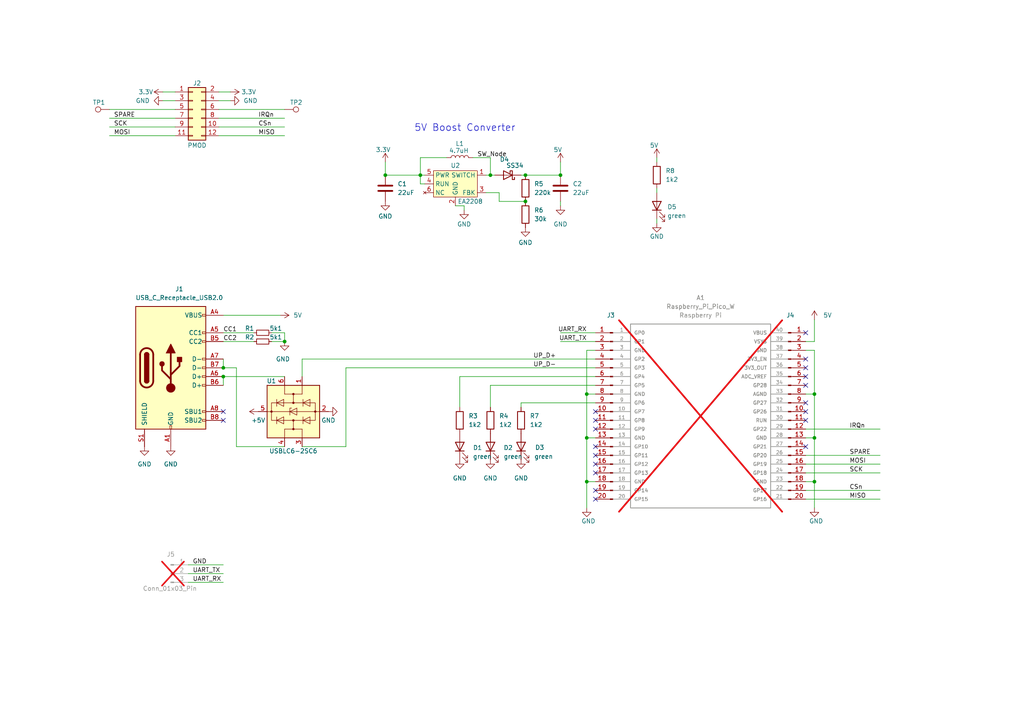
<source format=kicad_sch>
(kicad_sch (version 20250114) (generator "eeschema") (generator_version "9.0")
  (paper "A4")
  (title_block (title "RP2040 ZERO PMOD") (date "2025-03-21") (rev "V1.0"))
  (lib_symbols
    (symbol "Connector:Conn_01x03_Pin" (pin_names (offset 1.016) (hide yes))
      (property "Reference" "J" (at 0 5.08 0))
      (property "Value" "Conn_01x03_Pin" (at 0 -5.08 0))
      (symbol "Conn_01x03_Pin_1_1"
        (rectangle (start 0.8636 2.667) (end 0 2.413) (stroke (width 0.1524)) (fill (type outline)))
        (rectangle (start 0.8636 0.127) (end 0 -0.127) (stroke (width 0.1524)) (fill (type outline)))
        (rectangle (start 0.8636 -2.413) (end 0 -2.667) (stroke (width 0.1524)) (fill (type outline)))
        (polyline (pts (xy 1.27 2.54) (xy 0.8636 2.54)) (stroke (width 0.1524)))
        (polyline (pts (xy 1.27 0) (xy 0.8636 0)) (stroke (width 0.1524)))
        (polyline (pts (xy 1.27 -2.54) (xy 0.8636 -2.54)) (stroke (width 0.1524)))
        (pin passive line (at 5.08 2.54 180) (length 3.81) (name "Pin_1") (number "1"))
        (pin passive line (at 5.08 0 180) (length 3.81) (name "Pin_2") (number "2"))
        (pin passive line (at 5.08 -2.54 180) (length 3.81) (name "Pin_3") (number "3"))
      )
    )
    (symbol "Connector:Conn_01x20_Pin" (pin_names (offset 1.016) (hide yes))
      (property "Reference" "J" (at 0 25.4 0))
      (property "Value" "Conn_01x20_Pin" (at 0 -27.94 0))
      (symbol "Conn_01x20_Pin_1_1"
        (rectangle (start 0.8636 22.987) (end 0 22.733) (stroke (width 0.1524)) (fill (type outline)))
        (rectangle (start 0.8636 20.447) (end 0 20.193) (stroke (width 0.1524)) (fill (type outline)))
        (rectangle (start 0.8636 17.907) (end 0 17.653) (stroke (width 0.1524)) (fill (type outline)))
        (rectangle (start 0.8636 15.367) (end 0 15.113) (stroke (width 0.1524)) (fill (type outline)))
        (rectangle (start 0.8636 12.827) (end 0 12.573) (stroke (width 0.1524)) (fill (type outline)))
        (rectangle (start 0.8636 10.287) (end 0 10.033) (stroke (width 0.1524)) (fill (type outline)))
        (rectangle (start 0.8636 7.747) (end 0 7.493) (stroke (width 0.1524)) (fill (type outline)))
        (rectangle (start 0.8636 5.207) (end 0 4.953) (stroke (width 0.1524)) (fill (type outline)))
        (rectangle (start 0.8636 2.667) (end 0 2.413) (stroke (width 0.1524)) (fill (type outline)))
        (rectangle (start 0.8636 0.127) (end 0 -0.127) (stroke (width 0.1524)) (fill (type outline)))
        (rectangle (start 0.8636 -2.413) (end 0 -2.667) (stroke (width 0.1524)) (fill (type outline)))
        (rectangle (start 0.8636 -4.953) (end 0 -5.207) (stroke (width 0.1524)) (fill (type outline)))
        (rectangle (start 0.8636 -7.493) (end 0 -7.747) (stroke (width 0.1524)) (fill (type outline)))
        (rectangle (start 0.8636 -10.033) (end 0 -10.287) (stroke (width 0.1524)) (fill (type outline)))
        (rectangle (start 0.8636 -12.573) (end 0 -12.827) (stroke (width 0.1524)) (fill (type outline)))
        (rectangle (start 0.8636 -15.113) (end 0 -15.367) (stroke (width 0.1524)) (fill (type outline)))
        (rectangle (start 0.8636 -17.653) (end 0 -17.907) (stroke (width 0.1524)) (fill (type outline)))
        (rectangle (start 0.8636 -20.193) (end 0 -20.447) (stroke (width 0.1524)) (fill (type outline)))
        (rectangle (start 0.8636 -22.733) (end 0 -22.987) (stroke (width 0.1524)) (fill (type outline)))
        (rectangle (start 0.8636 -25.273) (end 0 -25.527) (stroke (width 0.1524)) (fill (type outline)))
        (polyline (pts (xy 1.27 22.86) (xy 0.8636 22.86)) (stroke (width 0.1524)))
        (polyline (pts (xy 1.27 20.32) (xy 0.8636 20.32)) (stroke (width 0.1524)))
        (polyline (pts (xy 1.27 17.78) (xy 0.8636 17.78)) (stroke (width 0.1524)))
        (polyline (pts (xy 1.27 15.24) (xy 0.8636 15.24)) (stroke (width 0.1524)))
        (polyline (pts (xy 1.27 12.7) (xy 0.8636 12.7)) (stroke (width 0.1524)))
        (polyline (pts (xy 1.27 10.16) (xy 0.8636 10.16)) (stroke (width 0.1524)))
        (polyline (pts (xy 1.27 7.62) (xy 0.8636 7.62)) (stroke (width 0.1524)))
        (polyline (pts (xy 1.27 5.08) (xy 0.8636 5.08)) (stroke (width 0.1524)))
        (polyline (pts (xy 1.27 2.54) (xy 0.8636 2.54)) (stroke (width 0.1524)))
        (polyline (pts (xy 1.27 0) (xy 0.8636 0)) (stroke (width 0.1524)))
        (polyline (pts (xy 1.27 -2.54) (xy 0.8636 -2.54)) (stroke (width 0.1524)))
        (polyline (pts (xy 1.27 -5.08) (xy 0.8636 -5.08)) (stroke (width 0.1524)))
        (polyline (pts (xy 1.27 -7.62) (xy 0.8636 -7.62)) (stroke (width 0.1524)))
        (polyline (pts (xy 1.27 -10.16) (xy 0.8636 -10.16)) (stroke (width 0.1524)))
        (polyline (pts (xy 1.27 -12.7) (xy 0.8636 -12.7)) (stroke (width 0.1524)))
        (polyline (pts (xy 1.27 -15.24) (xy 0.8636 -15.24)) (stroke (width 0.1524)))
        (polyline (pts (xy 1.27 -17.78) (xy 0.8636 -17.78)) (stroke (width 0.1524)))
        (polyline (pts (xy 1.27 -20.32) (xy 0.8636 -20.32)) (stroke (width 0.1524)))
        (polyline (pts (xy 1.27 -22.86) (xy 0.8636 -22.86)) (stroke (width 0.1524)))
        (polyline (pts (xy 1.27 -25.4) (xy 0.8636 -25.4)) (stroke (width 0.1524)))
        (pin passive line (at 5.08 22.86 180) (length 3.81) (name "Pin_1") (number "1"))
        (pin passive line (at 5.08 20.32 180) (length 3.81) (name "Pin_2") (number "2"))
        (pin passive line (at 5.08 17.78 180) (length 3.81) (name "Pin_3") (number "3"))
        (pin passive line (at 5.08 15.24 180) (length 3.81) (name "Pin_4") (number "4"))
        (pin passive line (at 5.08 12.7 180) (length 3.81) (name "Pin_5") (number "5"))
        (pin passive line (at 5.08 10.16 180) (length 3.81) (name "Pin_6") (number "6"))
        (pin passive line (at 5.08 7.62 180) (length 3.81) (name "Pin_7") (number "7"))
        (pin passive line (at 5.08 5.08 180) (length 3.81) (name "Pin_8") (number "8"))
        (pin passive line (at 5.08 2.54 180) (length 3.81) (name "Pin_9") (number "9"))
        (pin passive line (at 5.08 0 180) (length 3.81) (name "Pin_10") (number "10"))
        (pin passive line (at 5.08 -2.54 180) (length 3.81) (name "Pin_11") (number "11"))
        (pin passive line (at 5.08 -5.08 180) (length 3.81) (name "Pin_12") (number "12"))
        (pin passive line (at 5.08 -7.62 180) (length 3.81) (name "Pin_13") (number "13"))
        (pin passive line (at 5.08 -10.16 180) (length 3.81) (name "Pin_14") (number "14"))
        (pin passive line (at 5.08 -12.7 180) (length 3.81) (name "Pin_15") (number "15"))
        (pin passive line (at 5.08 -15.24 180) (length 3.81) (name "Pin_16") (number "16"))
        (pin passive line (at 5.08 -17.78 180) (length 3.81) (name "Pin_17") (number "17"))
        (pin passive line (at 5.08 -20.32 180) (length 3.81) (name "Pin_18") (number "18"))
        (pin passive line (at 5.08 -22.86 180) (length 3.81) (name "Pin_19") (number "19"))
        (pin passive line (at 5.08 -25.4 180) (length 3.81) (name "Pin_20") (number "20"))
      )
    )
    (symbol "Connector:TestPoint" (pin_numbers (hide yes)) (pin_names (offset 0.762) (hide yes))
      (property "Reference" "TP" (at 0 6.858 0))
      (property "Value" "TestPoint" (at 0 5.08 0))
      (symbol "TestPoint_0_1"
        (circle (center 0 3.302) (radius 0.762))
      )
      (symbol "TestPoint_1_1"
        (pin passive line (at 0 0 90) (length 2.54) (name "1") (number "1"))
      )
    )
    (symbol "Connector:USB_C_Receptacle_USB2.0" (pin_names (offset 1.016))
      (property "Reference" "J" (at -10.16 19.05 0))
      (property "Value" "USB_C_Receptacle_USB2.0" (at 19.05 19.05 0))
      (symbol "USB_C_Receptacle_USB2.0_0_0"
        (rectangle (start -0.254 -17.78) (end 0.254 -16.764))
        (rectangle (start 10.16 15.494) (end 9.144 14.986))
        (rectangle (start 10.16 10.414) (end 9.144 9.906))
        (rectangle (start 10.16 7.874) (end 9.144 7.366))
        (rectangle (start 10.16 2.794) (end 9.144 2.286))
        (rectangle (start 10.16 0.254) (end 9.144 -0.254))
        (rectangle (start 10.16 -2.286) (end 9.144 -2.794))
        (rectangle (start 10.16 -4.826) (end 9.144 -5.334))
        (rectangle (start 10.16 -12.446) (end 9.144 -12.954))
        (rectangle (start 10.16 -14.986) (end 9.144 -15.494))
      )
      (symbol "USB_C_Receptacle_USB2.0_0_1"
        (rectangle (start -10.16 17.78) (end 10.16 -17.78) (stroke (width 0.254)) (fill (type background)))
        (polyline (pts (xy -8.89 -3.81) (xy -8.89 3.81)) (stroke (width 0.508)))
        (rectangle (start -7.62 -3.81) (end -6.35 3.81) (stroke (width 0.254)) (fill (type outline)))
        (arc (start -7.62 3.81) (mid -6.985 4.4422) (end -6.35 3.81) (stroke (width 0.254)))
        (arc (start -7.62 3.81) (mid -6.985 4.4422) (end -6.35 3.81) (stroke (width 0.254)) (fill (type outline)))
        (arc (start -8.89 3.81) (mid -6.985 5.7066) (end -5.08 3.81) (stroke (width 0.508)))
        (arc (start -5.08 -3.81) (mid -6.985 -5.7066) (end -8.89 -3.81) (stroke (width 0.508)))
        (arc (start -6.35 -3.81) (mid -6.985 -4.4422) (end -7.62 -3.81) (stroke (width 0.254)))
        (arc (start -6.35 -3.81) (mid -6.985 -4.4422) (end -7.62 -3.81) (stroke (width 0.254)) (fill (type outline)))
        (polyline (pts (xy -5.08 3.81) (xy -5.08 -3.81)) (stroke (width 0.508)))
        (circle (center -2.54 1.143) (radius 0.635) (stroke (width 0.254)) (fill (type outline)))
        (polyline (pts (xy -1.27 4.318) (xy 0 6.858) (xy 1.27 4.318) (xy -1.27 4.318)) (stroke (width 0.254)) (fill (type outline)))
        (polyline (pts (xy 0 -2.032) (xy 2.54 0.508) (xy 2.54 1.778)) (stroke (width 0.508)))
        (polyline (pts (xy 0 -3.302) (xy -2.54 -0.762) (xy -2.54 0.508)) (stroke (width 0.508)))
        (polyline (pts (xy 0 -5.842) (xy 0 4.318)) (stroke (width 0.508)))
        (circle (center 0 -5.842) (radius 1.27) (fill (type outline)))
        (rectangle (start 1.905 1.778) (end 3.175 3.048) (stroke (width 0.254)) (fill (type outline)))
      )
      (symbol "USB_C_Receptacle_USB2.0_1_1"
        (pin passive line (at -7.62 -22.86 90) (length 5.08) (name "SHIELD") (number "S1"))
        (pin passive line (at 0 -22.86 90) (length 5.08) (name "GND") (number "A1"))
        (pin passive line (at 0 -22.86 90) (length 5.08) (hide yes) (name "GND") (number "A12"))
        (pin passive line (at 0 -22.86 90) (length 5.08) (hide yes) (name "GND") (number "B1"))
        (pin passive line (at 0 -22.86 90) (length 5.08) (hide yes) (name "GND") (number "B12"))
        (pin passive line (at 15.24 15.24 180) (length 5.08) (name "VBUS") (number "A4"))
        (pin passive line (at 15.24 15.24 180) (length 5.08) (hide yes) (name "VBUS") (number "A9"))
        (pin passive line (at 15.24 15.24 180) (length 5.08) (hide yes) (name "VBUS") (number "B4"))
        (pin passive line (at 15.24 15.24 180) (length 5.08) (hide yes) (name "VBUS") (number "B9"))
        (pin bidirectional line (at 15.24 10.16 180) (length 5.08) (name "CC1") (number "A5"))
        (pin bidirectional line (at 15.24 7.62 180) (length 5.08) (name "CC2") (number "B5"))
        (pin bidirectional line (at 15.24 2.54 180) (length 5.08) (name "D-") (number "A7"))
        (pin bidirectional line (at 15.24 0 180) (length 5.08) (name "D-") (number "B7"))
        (pin bidirectional line (at 15.24 -2.54 180) (length 5.08) (name "D+") (number "A6"))
        (pin bidirectional line (at 15.24 -5.08 180) (length 5.08) (name "D+") (number "B6"))
        (pin bidirectional line (at 15.24 -12.7 180) (length 5.08) (name "SBU1") (number "A8"))
        (pin bidirectional line (at 15.24 -15.24 180) (length 5.08) (name "SBU2") (number "B8"))
      )
    )
    (symbol "Connector_Generic:Conn_02x06_Odd_Even" (pin_names (offset 1.016) (hide yes))
      (property "Reference" "J" (at 1.27 7.62 0))
      (property "Value" "Conn_02x06_Odd_Even" (at 1.27 -10.16 0))
      (symbol "Conn_02x06_Odd_Even_1_1"
        (rectangle (start -1.27 6.35) (end 3.81 -8.89) (stroke (width 0.254)) (fill (type background)))
        (rectangle (start -1.27 5.207) (end 0 4.953) (stroke (width 0.1524)))
        (rectangle (start -1.27 2.667) (end 0 2.413) (stroke (width 0.1524)))
        (rectangle (start -1.27 0.127) (end 0 -0.127) (stroke (width 0.1524)))
        (rectangle (start -1.27 -2.413) (end 0 -2.667) (stroke (width 0.1524)))
        (rectangle (start -1.27 -4.953) (end 0 -5.207) (stroke (width 0.1524)))
        (rectangle (start -1.27 -7.493) (end 0 -7.747) (stroke (width 0.1524)))
        (rectangle (start 3.81 5.207) (end 2.54 4.953) (stroke (width 0.1524)))
        (rectangle (start 3.81 2.667) (end 2.54 2.413) (stroke (width 0.1524)))
        (rectangle (start 3.81 0.127) (end 2.54 -0.127) (stroke (width 0.1524)))
        (rectangle (start 3.81 -2.413) (end 2.54 -2.667) (stroke (width 0.1524)))
        (rectangle (start 3.81 -4.953) (end 2.54 -5.207) (stroke (width 0.1524)))
        (rectangle (start 3.81 -7.493) (end 2.54 -7.747) (stroke (width 0.1524)))
        (pin passive line (at -5.08 5.08 0) (length 3.81) (name "Pin_1") (number "1"))
        (pin passive line (at -5.08 2.54 0) (length 3.81) (name "Pin_3") (number "3"))
        (pin passive line (at -5.08 0 0) (length 3.81) (name "Pin_5") (number "5"))
        (pin passive line (at -5.08 -2.54 0) (length 3.81) (name "Pin_7") (number "7"))
        (pin passive line (at -5.08 -5.08 0) (length 3.81) (name "Pin_9") (number "9"))
        (pin passive line (at -5.08 -7.62 0) (length 3.81) (name "Pin_11") (number "11"))
        (pin passive line (at 7.62 5.08 180) (length 3.81) (name "Pin_2") (number "2"))
        (pin passive line (at 7.62 2.54 180) (length 3.81) (name "Pin_4") (number "4"))
        (pin passive line (at 7.62 0 180) (length 3.81) (name "Pin_6") (number "6"))
        (pin passive line (at 7.62 -2.54 180) (length 3.81) (name "Pin_8") (number "8"))
        (pin passive line (at 7.62 -5.08 180) (length 3.81) (name "Pin_10") (number "10"))
        (pin passive line (at 7.62 -7.62 180) (length 3.81) (name "Pin_12") (number "12"))
      )
    )
    (symbol "Device:C" (pin_numbers (hide yes)) (pin_names (offset 0.254))
      (property "Reference" "C" (at 0.635 2.54 0))
      (property "Value" "C" (at 0.635 -2.54 0))
      (symbol "C_0_1"
        (polyline (pts (xy -2.032 0.762) (xy 2.032 0.762)) (stroke (width 0.508)))
        (polyline (pts (xy -2.032 -0.762) (xy 2.032 -0.762)) (stroke (width 0.508)))
      )
      (symbol "C_1_1"
        (pin passive line (at 0 3.81 270) (length 2.794) (name "~") (number "1"))
        (pin passive line (at 0 -3.81 90) (length 2.794) (name "~") (number "2"))
      )
    )
    (symbol "Device:L" (pin_numbers (hide yes)) (pin_names (offset 1.016) (hide yes))
      (property "Reference" "L" (at -1.27 0 90))
      (property "Value" "L" (at 1.905 0 90))
      (symbol "L_0_1"
        (arc (start 0 2.54) (mid 0.6323 1.905) (end 0 1.27))
        (arc (start 0 1.27) (mid 0.6323 0.635) (end 0 0))
        (arc (start 0 0) (mid 0.6323 -0.635) (end 0 -1.27))
        (arc (start 0 -1.27) (mid 0.6323 -1.905) (end 0 -2.54))
      )
      (symbol "L_1_1"
        (pin passive line (at 0 3.81 270) (length 1.27) (name "1") (number "1"))
        (pin passive line (at 0 -3.81 90) (length 1.27) (name "2") (number "2"))
      )
    )
    (symbol "Device:LED" (pin_numbers (hide yes)) (pin_names (offset 1.016) (hide yes))
      (property "Reference" "D" (at 0 2.54 0))
      (property "Value" "LED" (at 0 -2.54 0))
      (symbol "LED_0_1"
        (polyline (pts (xy -3.048 -0.762) (xy -4.572 -2.286) (xy -3.81 -2.286) (xy -4.572 -2.286) (xy -4.572 -1.524)))
        (polyline (pts (xy -1.778 -0.762) (xy -3.302 -2.286) (xy -2.54 -2.286) (xy -3.302 -2.286) (xy -3.302 -1.524)))
        (polyline (pts (xy -1.27 0) (xy 1.27 0)))
        (polyline (pts (xy -1.27 -1.27) (xy -1.27 1.27)) (stroke (width 0.254)))
        (polyline (pts (xy 1.27 -1.27) (xy 1.27 1.27) (xy -1.27 0) (xy 1.27 -1.27)) (stroke (width 0.254)))
      )
      (symbol "LED_1_1"
        (pin passive line (at -3.81 0 0) (length 2.54) (name "K") (number "1"))
        (pin passive line (at 3.81 0 180) (length 2.54) (name "A") (number "2"))
      )
    )
    (symbol "Device:R" (pin_numbers (hide yes)) (pin_names (offset 0))
      (property "Reference" "R" (at 2.032 0 90))
      (property "Value" "R" (at 0 0 90))
      (symbol "R_0_1"
        (rectangle (start -1.016 -2.54) (end 1.016 2.54) (stroke (width 0.254)))
      )
      (symbol "R_1_1"
        (pin passive line (at 0 3.81 270) (length 1.27) (name "~") (number "1"))
        (pin passive line (at 0 -3.81 90) (length 1.27) (name "~") (number "2"))
      )
    )
    (symbol "Device:R_Small" (pin_numbers (hide yes)) (pin_names (offset 0.254) (hide yes))
      (property "Reference" "R" (at 0.762 0.508 0))
      (property "Value" "R_Small" (at 0.762 -1.016 0))
      (symbol "R_Small_0_1"
        (rectangle (start -0.762 1.778) (end 0.762 -1.778) (stroke (width 0.2032)))
      )
      (symbol "R_Small_1_1"
        (pin passive line (at 0 2.54 270) (length 0.762) (name "~") (number "1"))
        (pin passive line (at 0 -2.54 90) (length 0.762) (name "~") (number "2"))
      )
    )
    (symbol "Diode:MBRA340" (pin_numbers (hide yes)) (pin_names (hide yes))
      (property "Reference" "D" (at 0 2.54 0))
      (property "Value" "MBRA340" (at 0 -2.54 0))
      (symbol "MBRA340_0_1"
        (polyline (pts (xy -1.905 0.635) (xy -1.905 1.27) (xy -1.27 1.27) (xy -1.27 -1.27) (xy -0.635 -1.27) (xy -0.635 -0.635)) (stroke (width 0.254)))
        (polyline (pts (xy 1.27 1.27) (xy 1.27 -1.27) (xy -1.27 0) (xy 1.27 1.27)) (stroke (width 0.254)))
        (polyline (pts (xy 1.27 0) (xy -1.27 0)))
      )
      (symbol "MBRA340_1_1"
        (pin passive line (at -3.81 0 0) (length 2.54) (name "K") (number "1"))
        (pin passive line (at 3.81 0 180) (length 2.54) (name "A") (number "2"))
      )
    )
    (symbol "Power_Protection:USBLC6-2SC6" (pin_names (hide yes))
      (property "Reference" "U" (at 2.54 8.89 0))
      (property "Value" "USBLC6-2SC6" (at 2.54 -8.89 0))
      (symbol "USBLC6-2SC6_0_1"
        (rectangle (start -7.62 -7.62) (end 7.62 7.62) (stroke (width 0.254)) (fill (type background)))
        (polyline (pts (xy -5.08 2.54) (xy -7.62 2.54)))
        (circle (center -5.08 0) (radius 0.254) (fill (type outline)))
        (polyline (pts (xy -5.08 0) (xy -5.08 -2.54)))
        (polyline (pts (xy -5.08 -2.54) (xy -7.62 -2.54)))
        (polyline (pts (xy -3.556 2.794) (xy -1.524 2.794) (xy -2.54 4.826) (xy -3.556 2.794)))
        (polyline (pts (xy -3.556 -4.826) (xy -1.524 -4.826) (xy -2.54 -2.794) (xy -3.556 -4.826)))
        (rectangle (start -2.54 6.35) (end 2.54 -6.35))
        (circle (center -2.54 0) (radius 0.254) (fill (type outline)))
        (polyline (pts (xy -2.54 0) (xy -5.08 0) (xy -5.08 2.54)))
        (polyline (pts (xy -1.524 4.826) (xy -3.556 4.826)))
        (polyline (pts (xy -1.524 -2.794) (xy -3.556 -2.794)))
        (polyline (pts (xy -1.016 -1.016) (xy 1.016 -1.016) (xy 0 1.016) (xy -1.016 -1.016)))
        (circle (center 0 6.35) (radius 0.254) (fill (type outline)))
        (polyline (pts (xy 0 6.35) (xy 0 7.62)))
        (polyline (pts (xy 0 1.27) (xy 0 6.35)))
        (polyline (pts (xy 0 -6.35) (xy 0 1.27)))
        (circle (center 0 -6.35) (radius 0.254) (fill (type outline)))
        (polyline (pts (xy 0 -7.62) (xy 0 -6.35)))
        (polyline (pts (xy 1.016 1.016) (xy 0.762 1.016) (xy -1.016 1.016) (xy -1.016 0.508)))
        (polyline (pts (xy 1.524 4.826) (xy 3.556 4.826)))
        (polyline (pts (xy 1.524 -2.794) (xy 3.556 -2.794)))
        (polyline (pts (xy 2.54 0) (xy 5.08 0) (xy 5.08 2.54)))
        (circle (center 2.54 0) (radius 0.254) (fill (type outline)))
        (polyline (pts (xy 3.556 2.794) (xy 1.524 2.794) (xy 2.54 4.826) (xy 3.556 2.794)))
        (polyline (pts (xy 3.556 -4.826) (xy 1.524 -4.826) (xy 2.54 -2.794) (xy 3.556 -4.826)))
        (polyline (pts (xy 5.08 2.54) (xy 7.62 2.54)))
        (polyline (pts (xy 5.08 0) (xy 5.08 -2.54)))
        (circle (center 5.08 0) (radius 0.254) (fill (type outline)))
        (polyline (pts (xy 5.08 -2.54) (xy 7.62 -2.54)))
      )
      (symbol "USBLC6-2SC6_1_1"
        (pin passive line (at -10.16 2.54 0) (length 2.54) (name "I/O1") (number "6"))
        (pin passive line (at -10.16 -2.54 0) (length 2.54) (name "I/O1") (number "1"))
        (pin passive line (at 0 10.16 270) (length 2.54) (name "VBUS") (number "5"))
        (pin passive line (at 0 -10.16 90) (length 2.54) (name "GND") (number "2"))
        (pin passive line (at 10.16 2.54 180) (length 2.54) (name "I/O2") (number "4"))
        (pin passive line (at 10.16 -2.54 180) (length 2.54) (name "I/O2") (number "3"))
      )
    )
    (symbol "pico_pmod:Raspberry_Pi_Pico_W" (pin_names (offset 1.016))
      (property "Reference" "A1" (at 1.524 32.258 0))
      (property "Value" "Raspberry_Pi_Pico_W" (at 1.524 29.718 0))
      (property "Footprint" "misteryshield20kpico:Raspberry_Pi_Pico_W" (at 1.016 -30.226 0))
      (property "manufacturer" "Raspberry Pi" (at 1.524 27.178 0))
      (symbol "Raspberry_Pi_Pico_W_0_0"
        (rectangle (start -19.05 25.4) (end 21.59 -27.94) (stroke (width 0.254)))
        (pin bidirectional line (at -24.13 22.86 0) (length 5.08) (name "GP0") (number "1"))
        (pin bidirectional line (at -24.13 20.32 0) (length 5.08) (name "GP1") (number "2"))
        (pin power_in line (at -24.13 17.78 0) (length 5.08) (name "GND") (number "3"))
        (pin bidirectional line (at -24.13 15.24 0) (length 5.08) (name "GP2") (number "4"))
        (pin bidirectional line (at -24.13 12.7 0) (length 5.08) (name "GP3") (number "5"))
        (pin bidirectional line (at -24.13 10.16 0) (length 5.08) (name "GP4") (number "6"))
        (pin bidirectional line (at -24.13 7.62 0) (length 5.08) (name "GP5") (number "7"))
        (pin power_in line (at -24.13 5.08 0) (length 5.08) (name "GND") (number "8"))
        (pin bidirectional line (at -24.13 2.54 0) (length 5.08) (name "GP6") (number "9"))
        (pin bidirectional line (at -24.13 0 0) (length 5.08) (name "GP7") (number "10"))
        (pin bidirectional line (at -24.13 -2.54 0) (length 5.08) (name "GP8") (number "11"))
        (pin bidirectional line (at -24.13 -5.08 0) (length 5.08) (name "GP9") (number "12"))
        (pin power_in line (at -24.13 -7.62 0) (length 5.08) (name "GND") (number "13"))
        (pin bidirectional line (at -24.13 -10.16 0) (length 5.08) (name "GP10") (number "14"))
        (pin bidirectional line (at -24.13 -12.7 0) (length 5.08) (name "GP11") (number "15"))
        (pin bidirectional line (at -24.13 -15.24 0) (length 5.08) (name "GP12") (number "16"))
        (pin bidirectional line (at -24.13 -17.78 0) (length 5.08) (name "GP13") (number "17"))
        (pin power_in line (at -24.13 -20.32 0) (length 5.08) (name "GND") (number "18"))
        (pin bidirectional line (at -24.13 -22.86 0) (length 5.08) (name "GP14") (number "19"))
        (pin bidirectional line (at -24.13 -25.4 0) (length 5.08) (name "GP15") (number "20"))
        (pin free line (at 26.67 22.86 180) (length 5.08) (name "VBUS") (number "40"))
        (pin free line (at 26.67 20.32 180) (length 5.08) (name "VSYS") (number "39"))
        (pin power_in line (at 26.67 17.78 180) (length 5.08) (name "GND") (number "38"))
        (pin input line (at 26.67 15.24 180) (length 5.08) (name "3V3_EN") (number "37"))
        (pin power_in line (at 26.67 12.7 180) (length 5.08) (name "3V3_OUT") (number "36"))
        (pin power_in line (at 26.67 10.16 180) (length 5.08) (name "ADC_VREF") (number "35"))
        (pin bidirectional line (at 26.67 7.62 180) (length 5.08) (name "GP28") (number "34"))
        (pin power_in line (at 26.67 5.08 180) (length 5.08) (name "AGND") (number "33"))
        (pin bidirectional line (at 26.67 2.54 180) (length 5.08) (name "GP27") (number "32"))
        (pin bidirectional line (at 26.67 0 180) (length 5.08) (name "GP26") (number "31"))
        (pin input line (at 26.67 -2.54 180) (length 5.08) (name "RUN") (number "30"))
        (pin bidirectional line (at 26.67 -5.08 180) (length 5.08) (name "GP22") (number "29"))
        (pin power_in line (at 26.67 -7.62 180) (length 5.08) (name "GND") (number "28"))
        (pin bidirectional line (at 26.67 -10.16 180) (length 5.08) (name "GP21") (number "27"))
        (pin bidirectional line (at 26.67 -12.7 180) (length 5.08) (name "GP20") (number "26"))
        (pin bidirectional line (at 26.67 -15.24 180) (length 5.08) (name "GP19") (number "25"))
        (pin bidirectional line (at 26.67 -17.78 180) (length 5.08) (name "GP18") (number "24"))
        (pin power_in line (at 26.67 -20.32 180) (length 5.08) (name "GND") (number "23"))
        (pin bidirectional line (at 26.67 -22.86 180) (length 5.08) (name "GP17") (number "22"))
        (pin bidirectional line (at 26.67 -25.4 180) (length 5.08) (name "GP16") (number "21"))
      )
    )
    (symbol "pizero_pmod:EA2208"
      (property "Reference" "U" (at 0 5.08 0))
      (symbol "EA2208_1_1"
        (rectangle (start -6.35 3.81) (end 6.35 -3.81) (fill (type background)))
        (pin power_in line (at -8.89 2.54 0) (length 2.54) (name "PWR") (number "5"))
        (pin input line (at -8.89 0 0) (length 2.54) (name "RUN") (number "4"))
        (pin no_connect line (at -8.89 -2.54 0) (length 2.54) (name "NC") (number "6"))
        (pin power_in line (at 0 -6.35 90) (length 2.54) (name "GND") (number "2"))
        (pin power_out line (at 8.89 2.54 180) (length 2.54) (name "SWITCH") (number "1"))
        (pin input line (at 8.89 -2.54 180) (length 2.54) (name "FBK") (number "3"))
      )
    )
    (symbol "power:+3.3V" (power) (pin_names (offset 0))
      (property "Value" "+3.3V" (at 0 3.556 0))
      (symbol "+3.3V_0_1"
        (polyline (pts (xy -0.762 1.27) (xy 0 2.54)))
        (polyline (pts (xy 0 2.54) (xy 0.762 1.27)))
        (polyline (pts (xy 0 0) (xy 0 2.54)))
      )
      (symbol "+3.3V_1_1"
        (pin power_in line (at 0 0 90) (length 0) (hide yes) (name "+3.3V") (number "1"))
      )
    )
    (symbol "power:+5V" (power) (pin_names (offset 0))
      (property "Value" "+5V" (at 0 3.556 0))
      (symbol "+5V_0_1"
        (polyline (pts (xy -0.762 1.27) (xy 0 2.54)))
        (polyline (pts (xy 0 2.54) (xy 0.762 1.27)))
        (polyline (pts (xy 0 0) (xy 0 2.54)))
      )
      (symbol "+5V_1_1"
        (pin power_in line (at 0 0 90) (length 0) (hide yes) (name "+5V") (number "1"))
      )
    )
    (symbol "power:GND" (power) (pin_names (offset 0))
      (property "Value" "GND" (at 0 -3.81 0))
      (symbol "GND_0_1"
        (polyline (pts (xy 0 0) (xy 0 -1.27) (xy 1.27 -1.27) (xy 0 -2.54) (xy -1.27 -1.27) (xy 0 -1.27)))
      )
      (symbol "GND_1_1"
        (pin power_in line (at 0 0 270) (length 0) (hide yes) (name "GND") (number "1"))
      )
    )
  )
  (text "5V Boost Converter\n" (at 120.142 38.354 0) (effects (font (size 2 2)) (justify left bottom)))
  (junction (at 64.77 106.68))
  (junction (at 170.18 139.7))
  (junction (at 236.22 114.3))
  (junction (at 152.4 50.8))
  (junction (at 236.22 139.7))
  (junction (at 64.77 109.22))
  (junction (at 170.18 127))
  (junction (at 111.76 50.8))
  (junction (at 152.4 58.42))
  (junction (at 142.24 50.8))
  (junction (at 121.92 50.8))
  (junction (at 170.18 114.3))
  (junction (at 162.56 50.8))
  (junction (at 82.55 99.06))
  (junction (at 236.22 127))
  (no_connect (at 64.77 119.38))
  (no_connect (at 172.72 142.24))
  (no_connect (at 233.68 111.76))
  (no_connect (at 172.72 129.54))
  (no_connect (at 233.68 104.14))
  (no_connect (at 233.68 96.52))
  (no_connect (at 233.68 119.38))
  (no_connect (at 172.72 121.92))
  (no_connect (at 172.72 119.38))
  (no_connect (at 233.68 129.54))
  (no_connect (at 64.77 121.92))
  (no_connect (at 172.72 132.08))
  (no_connect (at 233.68 106.68))
  (no_connect (at 233.68 109.22))
  (no_connect (at 172.72 134.62))
  (no_connect (at 172.72 137.16))
  (no_connect (at 172.72 144.78))
  (no_connect (at 233.68 121.92))
  (no_connect (at 172.72 124.46))
  (no_connect (at 233.68 116.84))
  (wire (pts (xy 82.55 96.52) (xy 82.55 99.06)))
  (wire (pts (xy 236.22 101.6) (xy 236.22 114.3)))
  (wire (pts (xy 140.97 50.8) (xy 142.24 50.8)))
  (wire (pts (xy 54.61 168.91) (xy 64.77 168.91)))
  (wire (pts (xy 64.77 96.52) (xy 73.66 96.52)))
  (wire (pts (xy 100.33 106.68) (xy 100.33 129.54)))
  (wire (pts (xy 64.77 91.44) (xy 81.28 91.44)))
  (wire (pts (xy 63.5 34.29) (xy 82.55 34.29)))
  (wire (pts (xy 170.18 114.3) (xy 170.18 127)))
  (wire (pts (xy 151.13 116.84) (xy 151.13 118.11)))
  (wire (pts (xy 170.18 139.7) (xy 172.72 139.7)))
  (wire (pts (xy 68.58 129.54) (xy 82.55 129.54)))
  (wire (pts (xy 47.244 29.21) (xy 50.8 29.21)))
  (wire (pts (xy 151.13 50.8) (xy 152.4 50.8)))
  (wire (pts (xy 87.63 104.14) (xy 87.63 109.22)))
  (wire (pts (xy 233.68 127) (xy 236.22 127)))
  (wire (pts (xy 233.68 137.16) (xy 255.27 137.16)))
  (wire (pts (xy 142.24 111.76) (xy 142.24 118.11)))
  (wire (pts (xy 54.61 166.37) (xy 64.77 166.37)))
  (wire (pts (xy 111.76 46.99) (xy 111.76 50.8)))
  (wire (pts (xy 190.5 46.99) (xy 190.5 45.72)))
  (wire (pts (xy 233.68 124.46) (xy 255.27 124.46)))
  (wire (pts (xy 152.4 50.8) (xy 162.56 50.8)))
  (wire (pts (xy 140.97 55.88) (xy 144.78 55.88)))
  (wire (pts (xy 121.92 50.8) (xy 123.19 50.8)))
  (wire (pts (xy 142.24 111.76) (xy 172.72 111.76)))
  (wire (pts (xy 63.5 31.75) (xy 82.55 31.75)))
  (wire (pts (xy 233.68 134.62) (xy 255.27 134.62)))
  (wire (pts (xy 31.75 39.37) (xy 50.8 39.37)))
  (wire (pts (xy 233.68 114.3) (xy 236.22 114.3)))
  (wire (pts (xy 162.56 96.52) (xy 172.72 96.52)))
  (wire (pts (xy 233.68 99.06) (xy 236.22 99.06)))
  (wire (pts (xy 31.75 34.29) (xy 50.8 34.29)))
  (wire (pts (xy 170.18 139.7) (xy 170.18 147.32)))
  (wire (pts (xy 133.35 109.22) (xy 172.72 109.22)))
  (wire (pts (xy 78.74 96.52) (xy 82.55 96.52)))
  (wire (pts (xy 170.18 114.3) (xy 172.72 114.3)))
  (wire (pts (xy 68.58 106.68) (xy 64.77 106.68)))
  (wire (pts (xy 121.92 53.34) (xy 123.19 53.34)))
  (wire (pts (xy 31.75 36.83) (xy 50.8 36.83)))
  (wire (pts (xy 64.77 109.22) (xy 64.77 111.76)))
  (wire (pts (xy 121.92 53.34) (xy 121.92 50.8)))
  (wire (pts (xy 170.18 127) (xy 172.72 127)))
  (wire (pts (xy 66.802 29.21) (xy 63.5 29.21)))
  (wire (pts (xy 233.68 142.24) (xy 255.27 142.24)))
  (wire (pts (xy 233.68 132.08) (xy 255.27 132.08)))
  (wire (pts (xy 54.61 163.83) (xy 64.77 163.83)))
  (wire (pts (xy 162.56 46.99) (xy 162.56 50.8)))
  (wire (pts (xy 190.5 63.5) (xy 190.5 64.77)))
  (wire (pts (xy 144.78 58.42) (xy 152.4 58.42)))
  (wire (pts (xy 63.5 36.83) (xy 82.55 36.83)))
  (wire (pts (xy 87.63 104.14) (xy 172.72 104.14)))
  (wire (pts (xy 87.63 129.54) (xy 100.33 129.54)))
  (wire (pts (xy 170.18 101.6) (xy 170.18 114.3)))
  (wire (pts (xy 233.68 139.7) (xy 236.22 139.7)))
  (wire (pts (xy 236.22 127) (xy 236.22 139.7)))
  (wire (pts (xy 142.24 45.72) (xy 142.24 50.8)))
  (wire (pts (xy 233.68 144.78) (xy 255.27 144.78)))
  (wire (pts (xy 137.16 45.72) (xy 142.24 45.72)))
  (wire (pts (xy 121.92 45.72) (xy 121.92 50.8)))
  (wire (pts (xy 64.77 109.22) (xy 82.55 109.22)))
  (wire (pts (xy 236.22 92.71) (xy 236.22 99.06)))
  (wire (pts (xy 170.18 101.6) (xy 172.72 101.6)))
  (wire (pts (xy 162.56 99.06) (xy 172.72 99.06)))
  (wire (pts (xy 132.08 59.69) (xy 134.62 59.69)))
  (wire (pts (xy 142.24 50.8) (xy 143.51 50.8)))
  (wire (pts (xy 134.62 59.69) (xy 134.62 60.96)))
  (wire (pts (xy 144.78 55.88) (xy 144.78 58.42)))
  (wire (pts (xy 100.33 106.68) (xy 172.72 106.68)))
  (wire (pts (xy 162.56 59.69) (xy 162.56 58.42)))
  (wire (pts (xy 66.802 26.67) (xy 63.5 26.67)))
  (wire (pts (xy 133.35 109.22) (xy 133.35 118.11)))
  (wire (pts (xy 151.13 116.84) (xy 172.72 116.84)))
  (wire (pts (xy 111.76 50.8) (xy 121.92 50.8)))
  (wire (pts (xy 64.77 104.14) (xy 64.77 106.68)))
  (wire (pts (xy 233.68 101.6) (xy 236.22 101.6)))
  (wire (pts (xy 31.75 31.75) (xy 50.8 31.75)))
  (wire (pts (xy 78.74 99.06) (xy 82.55 99.06)))
  (wire (pts (xy 68.58 106.68) (xy 68.58 129.54)))
  (wire (pts (xy 47.244 26.67) (xy 50.8 26.67)))
  (wire (pts (xy 170.18 127) (xy 170.18 139.7)))
  (wire (pts (xy 129.54 45.72) (xy 121.92 45.72)))
  (wire (pts (xy 64.77 99.06) (xy 73.66 99.06)))
  (wire (pts (xy 63.5 39.37) (xy 82.55 39.37)))
  (wire (pts (xy 236.22 139.7) (xy 236.22 147.32)))
  (wire (pts (xy 236.22 114.3) (xy 236.22 127)))
  (wire (pts (xy 190.5 54.61) (xy 190.5 55.88)))
  (label "IRQn" (at 74.93 34.29 0))
  (label "MOSI" (at 246.38 134.62 0))
  (label "MOSI" (at 33.02 39.37 0))
  (label "SCK" (at 33.02 36.83 0))
  (label "MISO" (at 246.38 144.78 0))
  (label "SW_Node" (at 138.43 45.72 0))
  (label "GND" (at 55.88 163.83 0))
  (label "SCK" (at 246.38 137.16 0))
  (label "UART_TX" (at 170.18 99.06 180))
  (label "CSn" (at 246.38 142.24 0))
  (label "SPARE" (at 246.38 132.08 0))
  (label "UP_D-" (at 161.29 106.68 180))
  (label "IRQn" (at 246.38 124.46 0))
  (label "SPARE" (at 33.02 34.29 0))
  (label "MISO" (at 74.93 39.37 0))
  (label "UART_RX" (at 55.88 168.91 0))
  (label "CSn" (at 74.93 36.83 0))
  (label "UART_TX" (at 55.88 166.37 0))
  (label "CC2" (at 64.77 99.06 0))
  (label "UP_D+" (at 161.29 104.14 180))
  (label "CC1" (at 64.77 96.52 0))
  (label "UART_RX" (at 170.18 96.52 180))
  (symbol (lib_id "Device:R_Small") (at 76.2 96.52 90) (unit 1)
    (property "Reference" "R1" (at 72.39 95.25 90))
    (property "Value" "5k1" (at 80.01 95.25 90))
    (property "Footprint" "Resistor_SMD:R_0402_1005Metric" (effects (hide yes)))
    (property "LCSC" "C25905" (effects (hide yes)))
  )
  (symbol (lib_id "Device:R_Small") (at 76.2 99.06 90) (unit 1)
    (property "Reference" "R2" (at 72.39 97.79 90))
    (property "Value" "5k1" (at 80.01 97.79 90))
    (property "Footprint" "Resistor_SMD:R_0402_1005Metric" (effects (hide yes)))
    (property "LCSC" "C25905" (effects (hide yes)))
  )
  (symbol (lib_id "power:+3.3V") (at 111.76 46.99 0) (unit 1)
    (property "Reference" "#PWR011" (effects (hide yes)))
    (property "Value" "3.3V" (at 108.966 43.434 0) (effects (justify left)))
  )
  (symbol (lib_id "Connector_Generic:Conn_02x06_Odd_Even") (at 55.88 31.75 0) (unit 1)
    (property "Reference" "J2" (at 57.15 24.13 0))
    (property "Value" "PMOD" (at 57.15 42.164 0))
    (property "Footprint" "Connector_PinHeader_2.54mm:PinHeader_2x06_P2.54mm_Horizontal" (effects (hide yes)))
    (property "JLCPCB Position Offset" "-6.35,-1.5" (effects (hide yes)))
    (property "JLCPCB Rotation Offset" "90" (effects (hide yes)))
    (property "LCSC Part #" "C60565" (effects (hide yes)))
    (property "Comment" "2x06, P2.54mm" (effects (hide yes)))
  )
  (symbol (lib_id "Diode:MBRA340") (at 147.32 50.8 180) (unit 1)
    (property "Reference" "D4" (at 146.304 46.228 0))
    (property "Value" "SS34" (at 149.352 48.006 0))
    (property "Footprint" "Diode_SMD:D_SMA" (effects (hide yes)))
    (property "Datasheet" "https://www.onsemi.com/pub/Collateral/MBRA340T3-D.PDF" (effects (hide yes)))
    (property "LCSC Part #" "C8678" (effects (hide yes)))
    (property "Comment" "SMA" (effects (hide yes)))
  )
  (symbol (lib_id "Connector:TestPoint") (at 31.75 31.75 90) (unit 1) (in_bom no)
    (property "Reference" "TP1" (at 28.702 29.718 90))
    (property "Value" "TestPoint" (effects (hide yes)))
    (property "Footprint" "TestPoint:TestPoint_Pad_D1.5mm" (effects (hide yes)))
    (property "Description" "test point" (effects (hide yes)))
  )
  (symbol (lib_id "power:+3.3V") (at 47.244 26.67 90) (unit 1)
    (property "Reference" "#PWR02" (effects (hide yes)))
    (property "Value" "3.3V" (at 40.132 26.67 90) (effects (justify right)))
  )
  (symbol (lib_id "power:+5V") (at 81.28 91.44 270) (unit 1)
    (property "Reference" "#PWR08" (effects (hide yes)))
    (property "Value" "5V" (at 85.09 91.4399 90) (effects (justify left)))
  )
  (symbol (lib_id "Device:LED") (at 133.35 129.54 90) (unit 1)
    (property "Reference" "D1" (at 137.16 129.8574 90) (effects (justify right)))
    (property "Value" "green" (at 137.16 132.3974 90) (effects (justify right)))
    (property "Footprint" "LED_SMD:LED_0805_2012Metric" (effects (hide yes)))
    (property "LCSC Part #" "C2297" (effects (hide yes)))
    (property "Comment" "0805" (effects (hide yes)))
  )
  (symbol (lib_id "Connector:Conn_01x20_Pin") (at 177.8 119.38 0) (mirror y) (unit 1)
    (property "Reference" "J3" (at 177.165 91.44 0))
    (property "Value" "Conn_01x20_Pin" (effects (hide yes)))
    (property "Footprint" "Connector_PinSocket_2.54mm:PinSocket_1x20_P2.54mm_Vertical" (effects (hide yes)))
    (property "Description" "Generic connector, single row, 01x20, script generated" (effects (hide yes)))
    (property "LCSC Part #" "C18078139" (effects (hide yes)))
    (property "Comment" "1x20, P2.54mm" (effects (hide yes)))
  )
  (symbol (lib_id "Device:R") (at 133.35 121.92 0) (unit 1)
    (property "Reference" "R3" (at 135.89 120.6499 0) (effects (justify left)))
    (property "Value" "1k2" (at 135.89 123.1899 0) (effects (justify left)))
    (property "Footprint" "Resistor_SMD:R_0805_2012Metric" (effects (hide yes)))
    (property "LCSC Part #" "C17379" (effects (hide yes)))
    (property "Comment" "0805" (effects (hide yes)))
  )
  (symbol (lib_id "power:GND") (at 133.35 133.35 0) (unit 1)
    (property "Reference" "#PWR013" (effects (hide yes)))
    (property "Value" "GND" (at 133.35 138.684 0))
  )
  (symbol (lib_id "power:GND") (at 49.53 129.54 0) (unit 1)
    (property "Reference" "#PWR04" (effects (hide yes)))
    (property "Value" "GND" (at 49.53 134.62 0))
  )
  (symbol (lib_id "power:GND") (at 82.55 99.06 0) (unit 1)
    (property "Reference" "#PWR09" (effects (hide yes)))
    (property "Value" "GND" (at 80.01 104.14 0) (effects (justify left)))
  )
  (symbol (lib_id "power:GND") (at 47.244 29.21 270) (unit 1)
    (property "Reference" "#PWR03" (effects (hide yes)))
    (property "Value" "GND" (at 43.434 29.21 90) (effects (justify right)))
  )
  (symbol (lib_id "power:+5V") (at 74.93 119.38 90) (mirror x) (unit 1)
    (property "Reference" "#PWR07" (effects (hide yes)))
    (property "Value" "+5V" (at 74.93 121.92 90))
  )
  (symbol (lib_id "power:GND") (at 170.18 147.32 0) (unit 1)
    (property "Reference" "#PWR020" (effects (hide yes)))
    (property "Value" "GND" (at 172.72 151.13 0) (effects (justify right)))
  )
  (symbol (lib_id "Power_Protection:USBLC6-2SC6") (at 85.09 119.38 90) (mirror x) (unit 1)
    (property "Reference" "U1" (at 78.74 110.49 90))
    (property "Value" "USBLC6-2SC6" (at 85.09 130.81 90))
    (property "Footprint" "Package_TO_SOT_SMD:SOT-23-6" (effects (hide yes)))
    (property "Datasheet" "https://www.st.com/resource/en/datasheet/usblc6-2.pdf" (effects (hide yes)))
    (property "LCSC" "C2827654" (effects (hide yes)))
  )
  (symbol (lib_id "power:+5V") (at 236.22 92.71 0) (unit 1)
    (property "Reference" "#PWR023" (effects (hide yes)))
    (property "Value" "5V" (at 238.76 91.4399 0) (effects (justify left)))
  )
  (symbol (lib_id "power:GND") (at 111.76 58.42 0) (unit 1)
    (property "Reference" "#PWR012" (effects (hide yes)))
    (property "Value" "GND" (at 111.76 62.738 0))
  )
  (symbol (lib_id "Device:L") (at 133.35 45.72 90) (unit 1)
    (property "Reference" "L1" (at 133.35 41.656 90))
    (property "Value" "4.7uH" (at 133.096 43.688 90))
    (property "Footprint" "Inductor_SMD:L_6.3x6.3_H3" (effects (hide yes)))
    (property "LCSC Part #" "C142106" (effects (hide yes)))
    (property "Comment" "SMD 6.3x6.3 mm" (effects (hide yes)))
  )
  (symbol (lib_id "Device:LED") (at 142.24 129.54 90) (unit 1)
    (property "Reference" "D2" (at 146.05 129.8574 90) (effects (justify right)))
    (property "Value" "green" (at 146.05 132.3974 90) (effects (justify right)))
    (property "Footprint" "LED_SMD:LED_0805_2012Metric" (effects (hide yes)))
    (property "LCSC Part #" "C2297" (effects (hide yes)))
    (property "Comment" "0805" (effects (hide yes)))
  )
  (symbol (lib_id "Connector:TestPoint") (at 82.55 31.75 270) (unit 1) (in_bom no)
    (property "Reference" "TP2" (at 84.074 29.718 90) (effects (justify left)))
    (property "Value" "TestPoint" (effects (hide yes)))
    (property "Footprint" "TestPoint:TestPoint_Pad_D1.5mm" (effects (hide yes)))
    (property "Description" "test point" (effects (hide yes)))
  )
  (symbol (lib_id "Device:C") (at 111.76 54.61 0) (unit 1)
    (property "Reference" "C1" (at 115.316 53.34 0) (effects (justify left)))
    (property "Value" "22uF" (at 115.316 55.88 0) (effects (justify left)))
    (property "Footprint" "Capacitor_SMD:C_1206_3216Metric" (effects (hide yes)))
    (property "LCSC Part #" "C12891" (effects (hide yes)))
    (property "Comment" "1206" (effects (hide yes)))
  )
  (symbol (lib_id "power:GND") (at 162.56 59.69 0) (unit 1)
    (property "Reference" "#PWR019" (effects (hide yes)))
    (property "Value" "GND" (at 162.56 65.024 0))
  )
  (symbol (lib_id "pico_pmod:Raspberry_Pi_Pico_W") (at 201.93 119.38 0) (unit 1) (in_bom no) (on_board no) (dnp yes)
    (property "Reference" "A1" (at 203.2 86.36 0))
    (property "Value" "Raspberry_Pi_Pico_W" (at 203.2 88.9 0))
    (property "Footprint" "pico_pmod:Raspberry_Pi_Pico_W" (effects (hide yes)))
    (property "Datasheet" "https://datasheets.raspberrypi.com/picow/pico-w-datasheet.pdf" (effects (hide yes)))
    (property "manufacturer" "Raspberry Pi" (at 203.2 91.44 0))
  )
  (symbol (lib_id "power:GND") (at 236.22 147.32 0) (unit 1)
    (property "Reference" "#PWR024" (effects (hide yes)))
    (property "Value" "GND" (at 238.76 151.13 0) (effects (justify right)))
  )
  (symbol (lib_id "Device:LED") (at 190.5 59.69 90) (unit 1)
    (property "Reference" "D5" (at 193.548 60.0075 90) (effects (justify right)))
    (property "Value" "green" (at 193.548 62.5475 90) (effects (justify right)))
    (property "Footprint" "LED_SMD:LED_0805_2012Metric" (effects (hide yes)))
    (property "LCSC Part #" "C2297" (effects (hide yes)))
    (property "Comment" "0805" (effects (hide yes)))
  )
  (symbol (lib_id "Connector:USB_C_Receptacle_USB2.0") (at 49.53 106.68 0) (unit 1)
    (property "Reference" "J1" (at 52.0065 83.82 0))
    (property "Value" "USB_C_Receptacle_USB2.0" (at 52.0065 86.36 0))
    (property "Footprint" "Connector_USB:USB_C_Receptacle_HRO_TYPE-C-31-M-12" (effects (hide yes)))
    (property "Datasheet" "https://www.usb.org/sites/default/files/documents/usb_type-c.zip" (effects (hide yes)))
    (property "LCSC" "C165948" (effects (hide yes)))
  )
  (symbol (lib_id "power:GND") (at 190.5 64.77 0) (unit 1)
    (property "Reference" "#PWR022" (effects (hide yes)))
    (property "Value" "GND" (at 190.5 68.58 0))
  )
  (symbol (lib_id "power:GND") (at 41.91 129.54 0) (unit 1)
    (property "Reference" "#PWR01" (effects (hide yes)))
    (property "Value" "GND" (at 41.91 134.62 0))
  )
  (symbol (lib_id "Connector:Conn_01x20_Pin") (at 228.6 119.38 0) (unit 1)
    (property "Reference" "J4" (at 229.235 91.44 0))
    (property "Value" "Conn_01x20_Pin" (effects (hide yes)))
    (property "Footprint" "Connector_PinSocket_2.54mm:PinSocket_1x20_P2.54mm_Vertical" (effects (hide yes)))
    (property "Description" "Generic connector, single row, 01x20, script generated" (effects (hide yes)))
    (property "LCSC Part #" "C18078139" (effects (hide yes)))
    (property "Comment" "1x20, P2.54mm" (effects (hide yes)))
  )
  (symbol (lib_id "power:GND") (at 142.24 133.35 0) (unit 1)
    (property "Reference" "#PWR015" (effects (hide yes)))
    (property "Value" "GND" (at 142.24 138.684 0))
  )
  (symbol (lib_id "Device:R") (at 142.24 121.92 0) (unit 1)
    (property "Reference" "R4" (at 144.78 120.6499 0) (effects (justify left)))
    (property "Value" "1k2" (at 144.78 123.1899 0) (effects (justify left)))
    (property "Footprint" "Resistor_SMD:R_0805_2012Metric" (effects (hide yes)))
    (property "LCSC Part #" "C17379" (effects (hide yes)))
    (property "Comment" "0805" (effects (hide yes)))
  )
  (symbol (lib_id "Device:R") (at 152.4 54.61 0) (unit 1)
    (property "Reference" "R5" (at 154.94 53.3399 0) (effects (justify left)))
    (property "Value" "220k" (at 154.94 55.8799 0) (effects (justify left)))
    (property "Footprint" "Resistor_SMD:R_0805_2012Metric" (effects (hide yes)))
    (property "LCSC Part #" "C17556" (effects (hide yes)))
    (property "Comment" "0805" (effects (hide yes)))
  )
  (symbol (lib_id "power:GND") (at 151.13 133.35 0) (unit 1)
    (property "Reference" "#PWR017" (effects (hide yes)))
    (property "Value" "GND" (at 151.13 138.684 0))
  )
  (symbol (lib_id "power:GND") (at 95.25 119.38 90) (mirror x) (unit 1)
    (property "Reference" "#PWR010" (effects (hide yes)))
    (property "Value" "GND" (at 95.25 121.92 90))
  )
  (symbol (lib_id "Device:R") (at 190.5 50.8 0) (unit 1)
    (property "Reference" "R8" (at 193.04 49.5299 0) (effects (justify left)))
    (property "Value" "1k2" (at 193.04 52.0699 0) (effects (justify left)))
    (property "Footprint" "Resistor_SMD:R_0805_2012Metric" (effects (hide yes)))
    (property "LCSC Part #" "C17379" (effects (hide yes)))
    (property "Comment" "0805" (effects (hide yes)))
  )
  (symbol (lib_id "Device:R") (at 152.4 62.23 0) (unit 1)
    (property "Reference" "R6" (at 154.94 60.9599 0) (effects (justify left)))
    (property "Value" "30k" (at 154.94 63.4999 0) (effects (justify left)))
    (property "Footprint" "Resistor_SMD:R_0805_2012Metric" (effects (hide yes)))
    (property "LCSC Part #" "C17621" (effects (hide yes)))
    (property "Comment" "0805" (effects (hide yes)))
  )
  (symbol (lib_id "pizero_pmod:EA2208") (at 132.08 53.34 0) (unit 1)
    (property "Reference" "U2" (at 132.08 48.006 0))
    (property "Value" "EA2208" (at 136.398 58.42 0))
    (property "Footprint" "Package_TO_SOT_SMD:SOT-23-6" (effects (hide yes)))
    (property "Description" "EA2208" (effects (hide yes)))
    (property "LCSC Part #" "C22462489" (effects (hide yes)))
    (property "Comment" "SOT-23-6" (effects (hide yes)))
  )
  (symbol (lib_id "power:+3.3V") (at 66.802 26.67 270) (unit 1)
    (property "Reference" "#PWR05" (effects (hide yes)))
    (property "Value" "3.3V" (at 69.977 26.67 90) (effects (justify left)))
  )
  (symbol (lib_id "power:GND") (at 66.802 29.21 90) (unit 1)
    (property "Reference" "#PWR06" (effects (hide yes)))
    (property "Value" "GND" (at 70.612 29.21 90) (effects (justify right)))
  )
  (symbol (lib_id "power:+5V") (at 162.56 46.99 0) (unit 1)
    (property "Reference" "#PWR018" (effects (hide yes)))
    (property "Value" "5V" (at 160.528 43.434 0) (effects (justify left)))
  )
  (symbol (lib_id "power:GND") (at 152.4 66.04 0) (unit 1)
    (property "Reference" "#PWR016" (effects (hide yes)))
    (property "Value" "GND" (at 152.4 70.358 0))
  )
  (symbol (lib_id "Connector:Conn_01x03_Pin") (at 49.53 166.37 0) (unit 1) (in_bom no) (dnp yes)
    (property "Reference" "J5" (at 49.53 160.782 0))
    (property "Value" "Conn_01x03_Pin" (at 49.276 170.688 0))
    (property "Footprint" "Connector_PinHeader_2.54mm:PinHeader_1x03_P2.54mm_Vertical" (effects (hide yes)))
    (property "Description" "Generic connector, single row, 01x03, script generated" (effects (hide yes)))
    (property "LCSC Part #" "C2932698" (effects (hide yes)))
    (property "Comment" "1x03, P2.54mm" (effects (hide yes)))
  )
  (symbol (lib_id "Device:R") (at 151.13 121.92 0) (unit 1)
    (property "Reference" "R7" (at 153.67 120.6499 0) (effects (justify left)))
    (property "Value" "1k2" (at 153.67 123.1899 0) (effects (justify left)))
    (property "Footprint" "Resistor_SMD:R_0805_2012Metric" (effects (hide yes)))
    (property "LCSC Part #" "C17379" (effects (hide yes)))
    (property "Comment" "0805" (effects (hide yes)))
  )
  (symbol (lib_id "power:GND") (at 134.62 60.96 0) (unit 1)
    (property "Reference" "#PWR014" (effects (hide yes)))
    (property "Value" "GND" (at 134.62 65.024 0))
  )
  (symbol (lib_id "Device:C") (at 162.56 54.61 0) (unit 1)
    (property "Reference" "C2" (at 166.116 53.34 0) (effects (justify left)))
    (property "Value" "22uF" (at 166.116 55.88 0) (effects (justify left)))
    (property "Footprint" "Capacitor_SMD:C_1206_3216Metric" (effects (hide yes)))
    (property "LCSC Part #" "C12891" (effects (hide yes)))
    (property "Comment" "1206" (effects (hide yes)))
  )
  (symbol (lib_id "power:+5V") (at 190.5 45.72 0) (unit 1)
    (property "Reference" "#PWR021" (effects (hide yes)))
    (property "Value" "5V" (at 188.468 42.164 0) (effects (justify left)))
  )
  (symbol (lib_id "Device:LED") (at 151.13 129.54 90) (unit 1)
    (property "Reference" "D3" (at 155.194 129.794 90) (effects (justify right)))
    (property "Value" "green" (at 154.94 132.3974 90) (effects (justify right)))
    (property "Footprint" "LED_SMD:LED_0805_2012Metric" (effects (hide yes)))
    (property "LCSC Part #" "C2297" (effects (hide yes)))
    (property "Comment" "0805" (effects (hide yes)))
  )
)
</source>
